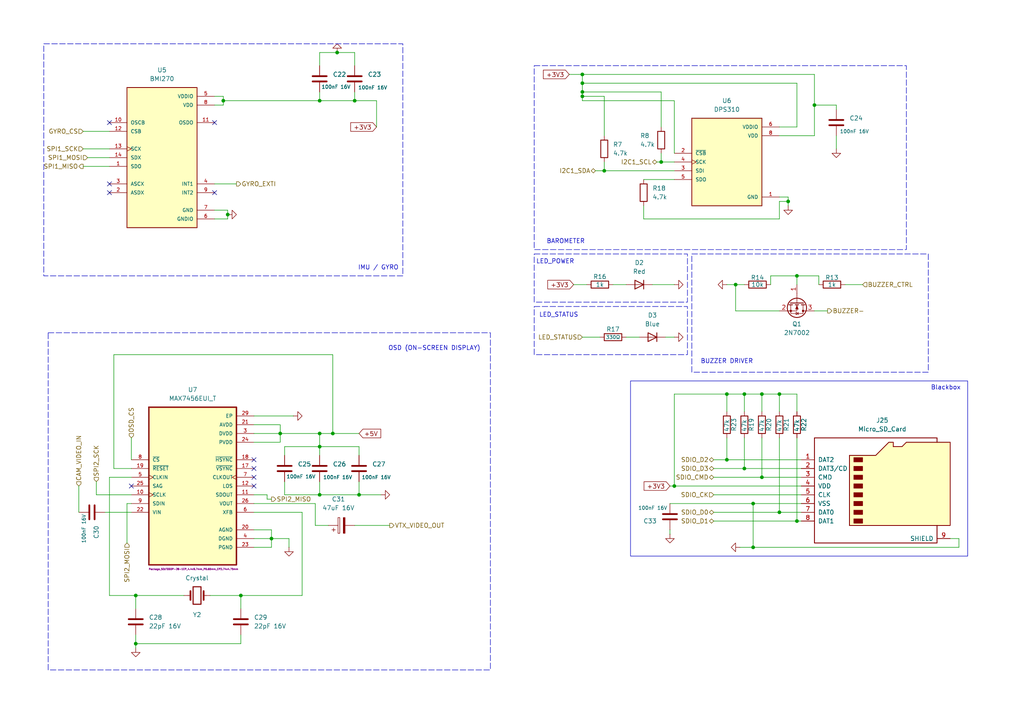
<source format=kicad_sch>
(kicad_sch (version 20250114) (generator "eeschema") (generator_version "9.0")
  (paper "A4")
  (lib_symbols
    (symbol "BMI270:BMI270" (pin_names (offset 1.016))
      (property "Reference" "U" (at -10.16 21.082 0))
      (property "Value" "BMI270" (at -10.16 -22.86 0))
      (symbol "BMI270_0_0"
        (rectangle (start -10.16 -20.32) (end 10.16 20.32) (stroke (width 0.254)) (fill (type background)))
        (pin input line (at -15.24 10.16 0) (length 5.08) (name "OSCB") (number "10"))
        (pin input line (at -15.24 7.62 0) (length 5.08) (name "CSB") (number "12"))
        (pin input clock (at -15.24 2.54 0) (length 5.08) (name "SCX") (number "13"))
        (pin bidirectional line (at -15.24 0 0) (length 5.08) (name "SDX") (number "14"))
        (pin bidirectional line (at -15.24 -2.54 0) (length 5.08) (name "SDO") (number "1"))
        (pin bidirectional line (at -15.24 -7.62 0) (length 5.08) (name "ASCX") (number "3"))
        (pin bidirectional line (at -15.24 -10.16 0) (length 5.08) (name "ASDX") (number "2"))
        (pin power_in line (at 15.24 17.78 180) (length 5.08) (name "VDDIO") (number "5"))
        (pin power_in line (at 15.24 15.24 180) (length 5.08) (name "VDD") (number "8"))
        (pin output line (at 15.24 10.16 180) (length 5.08) (name "OSDO") (number "11"))
        (pin bidirectional line (at 15.24 -7.62 180) (length 5.08) (name "INT1") (number "4"))
        (pin bidirectional line (at 15.24 -10.16 180) (length 5.08) (name "INT2") (number "9"))
        (pin power_in line (at 15.24 -15.24 180) (length 5.08) (name "GND") (number "7"))
        (pin power_in line (at 15.24 -17.78 180) (length 5.08) (name "GNDIO") (number "6"))
      )
    )
    (symbol "Connector:Micro_SD_Card" (pin_names (offset 1.016))
      (property "Reference" "J" (at -16.51 15.24 0))
      (property "Value" "Micro_SD_Card" (at 16.51 15.24 0))
      (symbol "Micro_SD_Card_0_1"
        (polyline (pts (xy -8.89 -11.43) (xy -8.89 8.89) (xy -1.27 8.89) (xy 2.54 12.7) (xy 3.81 12.7) (xy 3.81 11.43) (xy 6.35 11.43) (xy 7.62 12.7) (xy 20.32 12.7) (xy 20.32 -11.43) (xy -8.89 -11.43)) (stroke (width 0.254)) (fill (type background)))
        (rectangle (start -7.62 8.255) (end -5.08 6.985) (fill (type outline)))
        (rectangle (start -7.62 5.715) (end -5.08 4.445) (fill (type outline)))
        (rectangle (start -7.62 3.175) (end -5.08 1.905) (fill (type outline)))
        (rectangle (start -7.62 0.635) (end -5.08 -0.635) (fill (type outline)))
        (rectangle (start -7.62 -1.905) (end -5.08 -3.175) (fill (type outline)))
        (rectangle (start -7.62 -4.445) (end -5.08 -5.715) (fill (type outline)))
        (rectangle (start -7.62 -6.985) (end -5.08 -8.255) (fill (type outline)))
        (rectangle (start -7.62 -9.525) (end -5.08 -10.795) (fill (type outline)))
        (polyline (pts (xy 16.51 12.7) (xy 16.51 13.97) (xy -19.05 13.97) (xy -19.05 -16.51) (xy 16.51 -16.51) (xy 16.51 -11.43)) (stroke (width 0.254)))
      )
      (symbol "Micro_SD_Card_1_1"
        (pin bidirectional line (at -22.86 7.62 0) (length 3.81) (name "DAT2") (number "1"))
        (pin bidirectional line (at -22.86 5.08 0) (length 3.81) (name "DAT3/CD") (number "2"))
        (pin input line (at -22.86 2.54 0) (length 3.81) (name "CMD") (number "3"))
        (pin power_in line (at -22.86 0 0) (length 3.81) (name "VDD") (number "4"))
        (pin input line (at -22.86 -2.54 0) (length 3.81) (name "CLK") (number "5"))
        (pin power_in line (at -22.86 -5.08 0) (length 3.81) (name "VSS") (number "6"))
        (pin bidirectional line (at -22.86 -7.62 0) (length 3.81) (name "DAT0") (number "7"))
        (pin bidirectional line (at -22.86 -10.16 0) (length 3.81) (name "DAT1") (number "8"))
        (pin passive line (at 20.32 -15.24 180) (length 3.81) (name "SHIELD") (number "9"))
      )
    )
    (symbol "DPS310:DPS310" (pin_names (offset 1.016))
      (property "Reference" "U" (at -10.16 13.462 0))
      (property "Value" "DPS310" (at -10.16 -15.24 0))
      (symbol "DPS310_0_0"
        (rectangle (start -10.16 -12.7) (end 10.16 12.7) (stroke (width 0.254)) (fill (type background)))
        (pin input line (at -15.24 2.54 0) (length 5.08) (name "~{CSB}") (number "2"))
        (pin input clock (at -15.24 0 0) (length 5.08) (name "SCK") (number "4"))
        (pin bidirectional line (at -15.24 -2.54 0) (length 5.08) (name "SDI") (number "3"))
        (pin output line (at -15.24 -5.08 0) (length 5.08) (name "SDO") (number "5"))
        (pin power_in line (at 15.24 10.16 180) (length 5.08) (name "VDDIO") (number "6"))
        (pin power_in line (at 15.24 7.62 180) (length 5.08) (name "VDD") (number "8"))
        (pin power_in line (at 15.24 -10.16 180) (length 5.08) (name "GND") (number "1"))
        (pin power_in line (at 15.24 -10.16 180) (length 5.08) (hide yes) (name "GND") (number "7"))
      )
    )
    (symbol "Device:C" (pin_numbers (hide yes)) (pin_names (offset 0.254))
      (property "Reference" "C" (at 0.635 2.54 0))
      (property "Value" "C" (at 0.635 -2.54 0))
      (symbol "C_0_1"
        (polyline (pts (xy -2.032 0.762) (xy 2.032 0.762)) (stroke (width 0.508)))
        (polyline (pts (xy -2.032 -0.762) (xy 2.032 -0.762)) (stroke (width 0.508)))
      )
      (symbol "C_1_1"
        (pin passive line (at 0 3.81 270) (length 2.794) (name "~") (number "1"))
        (pin passive line (at 0 -3.81 90) (length 2.794) (name "~") (number "2"))
      )
    )
    (symbol "Device:C_Polarized" (pin_numbers (hide yes)) (pin_names (offset 0.254))
      (property "Reference" "C" (at 0.635 2.54 0))
      (property "Value" "C_Polarized" (at 0.635 -2.54 0))
      (symbol "C_Polarized_0_1"
        (rectangle (start -2.286 0.508) (end 2.286 1.016))
        (polyline (pts (xy -1.778 2.286) (xy -0.762 2.286)))
        (polyline (pts (xy -1.27 2.794) (xy -1.27 1.778)))
        (rectangle (start 2.286 -0.508) (end -2.286 -1.016) (fill (type outline)))
      )
      (symbol "C_Polarized_1_1"
        (pin passive line (at 0 3.81 270) (length 2.794) (name "~") (number "1"))
        (pin passive line (at 0 -3.81 90) (length 2.794) (name "~") (number "2"))
      )
    )
    (symbol "Device:Crystal" (pin_numbers (hide yes)) (pin_names (offset 1.016) (hide yes))
      (property "Reference" "Y" (at 0 3.81 0))
      (property "Value" "Crystal" (at 0 -3.81 0))
      (symbol "Crystal_0_1"
        (polyline (pts (xy -2.54 0) (xy -1.905 0)))
        (polyline (pts (xy -1.905 -1.27) (xy -1.905 1.27)) (stroke (width 0.508)))
        (rectangle (start -1.143 2.54) (end 1.143 -2.54) (stroke (width 0.3048)))
        (polyline (pts (xy 1.905 -1.27) (xy 1.905 1.27)) (stroke (width 0.508)))
        (polyline (pts (xy 2.54 0) (xy 1.905 0)))
      )
      (symbol "Crystal_1_1"
        (pin passive line (at -3.81 0 0) (length 1.27) (name "1") (number "1"))
        (pin passive line (at 3.81 0 180) (length 1.27) (name "2") (number "2"))
      )
    )
    (symbol "Device:D" (pin_numbers (hide yes)) (pin_names (offset 1.016) (hide yes))
      (property "Reference" "D" (at 0 2.54 0))
      (property "Value" "D" (at 0 -2.54 0))
      (symbol "D_0_1"
        (polyline (pts (xy -1.27 1.27) (xy -1.27 -1.27)) (stroke (width 0.254)))
        (polyline (pts (xy 1.27 1.27) (xy 1.27 -1.27) (xy -1.27 0) (xy 1.27 1.27)) (stroke (width 0.254)))
        (polyline (pts (xy 1.27 0) (xy -1.27 0)))
      )
      (symbol "D_1_1"
        (pin passive line (at -3.81 0 0) (length 2.54) (name "K") (number "1"))
        (pin passive line (at 3.81 0 180) (length 2.54) (name "A") (number "2"))
      )
    )
    (symbol "Device:R" (pin_numbers (hide yes)) (pin_names (offset 0))
      (property "Reference" "R" (at 2.032 0 90))
      (property "Value" "R" (at 0 0 90))
      (symbol "R_0_1"
        (rectangle (start -1.016 -2.54) (end 1.016 2.54) (stroke (width 0.254)))
      )
      (symbol "R_1_1"
        (pin passive line (at 0 3.81 270) (length 1.27) (name "~") (number "1"))
        (pin passive line (at 0 -3.81 90) (length 1.27) (name "~") (number "2"))
      )
    )
    (symbol "MAX7456EUI_T:MAX7456EUI_T" (pin_names (offset 1.016))
      (property "Reference" "U" (at -12.7 23.86 0))
      (property "Value" "MAX7456EUI_T" (at -12.7 -26.86 0))
      (symbol "MAX7456EUI_T_0_0"
        (rectangle (start -12.7 -22.86) (end 12.7 22.86) (stroke (width 0.41)) (fill (type background)))
        (pin input line (at -17.78 7.62 0) (length 5.08) (name "~{CS}") (number "8"))
        (pin input line (at -17.78 5.08 0) (length 5.08) (name "~{RESET}") (number "19"))
        (pin input clock (at -17.78 2.54 0) (length 5.08) (name "CLKIN") (number "5"))
        (pin input line (at -17.78 0 0) (length 5.08) (name "SAG") (number "25"))
        (pin input clock (at -17.78 -2.54 0) (length 5.08) (name "SCLK") (number "10"))
        (pin input line (at -17.78 -5.08 0) (length 5.08) (name "SDIN") (number "9"))
        (pin input line (at -17.78 -7.62 0) (length 5.08) (name "VIN") (number "22"))
        (pin power_in line (at 17.78 20.32 180) (length 5.08) (name "EP") (number "29"))
        (pin power_in line (at 17.78 17.78 180) (length 5.08) (name "AVDD") (number "21"))
        (pin power_in line (at 17.78 15.24 180) (length 5.08) (name "DVDD") (number "3"))
        (pin power_in line (at 17.78 12.7 180) (length 5.08) (name "PVDD") (number "24"))
        (pin output line (at 17.78 7.62 180) (length 5.08) (name "~{HSYNC}") (number "18"))
        (pin output line (at 17.78 5.08 180) (length 5.08) (name "~{VSYNC}") (number "17"))
        (pin output clock (at 17.78 2.54 180) (length 5.08) (name "CLKOUT") (number "7"))
        (pin output line (at 17.78 0 180) (length 5.08) (name "LOS") (number "12"))
        (pin output line (at 17.78 -2.54 180) (length 5.08) (name "SDOUT") (number "11"))
        (pin output line (at 17.78 -5.08 180) (length 5.08) (name "VOUT") (number "26"))
        (pin output line (at 17.78 -7.62 180) (length 5.08) (name "XFB") (number "6"))
        (pin power_in line (at 17.78 -12.7 180) (length 5.08) (name "AGND") (number "20"))
        (pin power_in line (at 17.78 -15.24 180) (length 5.08) (name "DGND") (number "4"))
        (pin power_in line (at 17.78 -17.78 180) (length 5.08) (name "PGND") (number "23"))
      )
    )
    (symbol "Transistor_FET:2N7002" (pin_names (offset 0) (hide yes))
      (property "Reference" "Q" (at 5.08 1.905 0))
      (property "Value" "2N7002" (at 5.08 0 0))
      (symbol "2N7002_0_1"
        (polyline (pts (xy 0.254 1.905) (xy 0.254 -1.905)) (stroke (width 0.254)))
        (polyline (pts (xy 0.254 0) (xy -2.54 0)))
        (polyline (pts (xy 0.762 2.286) (xy 0.762 1.27)) (stroke (width 0.254)))
        (polyline (pts (xy 0.762 0.508) (xy 0.762 -0.508)) (stroke (width 0.254)))
        (polyline (pts (xy 0.762 -1.27) (xy 0.762 -2.286)) (stroke (width 0.254)))
        (polyline (pts (xy 0.762 -1.778) (xy 3.302 -1.778) (xy 3.302 1.778) (xy 0.762 1.778)))
        (polyline (pts (xy 1.016 0) (xy 2.032 0.381) (xy 2.032 -0.381) (xy 1.016 0)) (fill (type outline)))
        (circle (center 1.651 0) (radius 2.794) (stroke (width 0.254)))
        (polyline (pts (xy 2.54 2.54) (xy 2.54 1.778)))
        (circle (center 2.54 1.778) (radius 0.254) (fill (type outline)))
        (circle (center 2.54 -1.778) (radius 0.254) (fill (type outline)))
        (polyline (pts (xy 2.54 -2.54) (xy 2.54 0) (xy 0.762 0)))
        (polyline (pts (xy 2.921 0.381) (xy 3.683 0.381)))
        (polyline (pts (xy 3.302 0.381) (xy 2.921 -0.254) (xy 3.683 -0.254) (xy 3.302 0.381)))
      )
      (symbol "2N7002_1_1"
        (pin input line (at -5.08 0 0) (length 2.54) (name "G") (number "1"))
        (pin passive line (at 2.54 5.08 270) (length 2.54) (name "D") (number "3"))
        (pin passive line (at 2.54 -5.08 90) (length 2.54) (name "S") (number "2"))
      )
    )
    (symbol "power:GND" (power) (pin_numbers (hide yes)) (pin_names (offset 0) (hide yes))
      (property "Value" "GND" (at 0 -3.81 0))
      (symbol "GND_0_1"
        (polyline (pts (xy 0 0) (xy 0 -1.27) (xy 1.27 -1.27) (xy 0 -2.54) (xy -1.27 -1.27) (xy 0 -1.27)))
      )
      (symbol "GND_1_1"
        (pin power_in line (at 0 0 270) (length 0) (name "~") (number "1"))
      )
    )
  )
  (rectangle (start 154.94 19.05) (end 262.89 72.39) (stroke (width 0) (type dash)))
  (rectangle (start 154.94 88.9) (end 199.39 102.87) (stroke (width 0) (type dash)))
  (rectangle (start 12.7 12.7) (end 116.84 80.01) (stroke (width 0) (type dash)))
  (rectangle (start 200.66 73.66) (end 269.24 107.95) (stroke (width 0) (type dash)))
  (rectangle (start 13.97 96.52) (end 142.24 194.31) (stroke (width 0) (type dash)))
  (rectangle (start 154.94 73.66) (end 199.39 87.63) (stroke (width 0) (type dash)))
  (rectangle (start 182.88 110.49) (end 280.67 161.29))
  (text "LED_POWER" (at 161.036 75.946 0) (effects (font (size 1.27 1.27))))
  (text "OSD (ON-SCREEN DISPLAY)" (at 125.984 101.092 0) (effects (font (size 1.27 1.27))))
  (text "IMU / GYRO" (at 109.728 77.724 0) (effects (font (size 1.27 1.27))))
  (text "BUZZER DRIVER" (at 210.82 104.902 0) (effects (font (size 1.27 1.27))))
  (text "BAROMETER" (at 164.084 70.104 0) (effects (font (size 1.27 1.27))))
  (text "Blackbox" (at 274.32 112.522 0) (effects (font (size 1.27 1.27))))
  (text "LED_STATUS" (at 162.052 91.44 0) (effects (font (size 1.27 1.27))))
  (junction (at 220.98 138.43))
  (junction (at 168.91 26.67))
  (junction (at 210.82 114.3))
  (junction (at 104.14 143.51))
  (junction (at 215.9 135.89))
  (junction (at 215.9 114.3))
  (junction (at 92.71 143.51))
  (junction (at 195.58 140.97))
  (junction (at 66.04 62.23))
  (junction (at 236.22 30.48))
  (junction (at 69.85 172.72))
  (junction (at 226.06 148.59))
  (junction (at 81.28 125.73))
  (junction (at 39.37 186.69))
  (junction (at 231.14 151.13))
  (junction (at 92.71 29.21))
  (junction (at 168.91 21.59))
  (junction (at 210.82 133.35))
  (junction (at 226.06 114.3))
  (junction (at 102.87 29.21))
  (junction (at 175.26 49.53))
  (junction (at 92.71 129.54))
  (junction (at 39.37 172.72))
  (junction (at 168.91 24.13))
  (junction (at 92.71 125.73))
  (junction (at 213.36 82.55))
  (junction (at 220.98 114.3))
  (junction (at 231.14 80.01))
  (junction (at 228.6 58.42))
  (junction (at 96.52 125.73))
  (junction (at 218.44 158.75))
  (junction (at 64.77 29.21))
  (junction (at 218.44 146.05))
  (junction (at 191.77 46.99))
  (junction (at 168.91 27.94))
  (junction (at 97.79 15.24))
  (junction (at 78.74 156.21))
  (no_connect (at 31.75 53.34))
  (no_connect (at 73.66 133.35))
  (no_connect (at 38.1 140.97))
  (no_connect (at 62.23 55.88))
  (no_connect (at 73.66 135.89))
  (no_connect (at 62.23 35.56))
  (no_connect (at 73.66 138.43))
  (no_connect (at 31.75 35.56))
  (no_connect (at 73.66 140.97))
  (no_connect (at 31.75 55.88))
  (wire (pts (xy 168.91 27.94) (xy 168.91 29.21)))
  (wire (pts (xy 25.4 45.72) (xy 31.75 45.72)))
  (wire (pts (xy 62.23 53.34) (xy 68.58 53.34)))
  (wire (pts (xy 186.69 59.69) (xy 186.69 63.5)))
  (wire (pts (xy 91.44 152.4) (xy 95.25 152.4)))
  (wire (pts (xy 207.01 148.59) (xy 226.06 148.59)))
  (wire (pts (xy 231.14 151.13) (xy 232.41 151.13)))
  (wire (pts (xy 38.1 135.89) (xy 33.02 135.89)))
  (wire (pts (xy 102.87 29.21) (xy 109.22 29.21)))
  (wire (pts (xy 36.83 146.05) (xy 38.1 146.05)))
  (wire (pts (xy 181.61 97.79) (xy 185.42 97.79)))
  (wire (pts (xy 165.1 21.59) (xy 168.91 21.59)))
  (wire (pts (xy 186.69 52.07) (xy 195.58 52.07)))
  (wire (pts (xy 226.06 90.17) (xy 213.36 90.17)))
  (wire (pts (xy 168.91 24.13) (xy 168.91 21.59)))
  (wire (pts (xy 215.9 114.3) (xy 215.9 119.38)))
  (wire (pts (xy 223.52 80.01) (xy 223.52 82.55)))
  (wire (pts (xy 73.66 125.73) (xy 81.28 125.73)))
  (wire (pts (xy 73.66 146.05) (xy 91.44 146.05)))
  (wire (pts (xy 92.71 19.05) (xy 92.71 15.24)))
  (wire (pts (xy 166.37 82.55) (xy 170.18 82.55)))
  (wire (pts (xy 213.36 90.17) (xy 213.36 82.55)))
  (wire (pts (xy 38.1 138.43) (xy 31.75 138.43)))
  (wire (pts (xy 102.87 152.4) (xy 113.03 152.4)))
  (wire (pts (xy 66.04 63.5) (xy 66.04 62.23)))
  (wire (pts (xy 92.71 29.21) (xy 102.87 29.21)))
  (wire (pts (xy 104.14 143.51) (xy 104.14 139.7)))
  (wire (pts (xy 220.98 138.43) (xy 232.41 138.43)))
  (wire (pts (xy 177.8 82.55) (xy 181.61 82.55)))
  (wire (pts (xy 102.87 15.24) (xy 97.79 15.24)))
  (wire (pts (xy 82.55 139.7) (xy 82.55 143.51)))
  (wire (pts (xy 73.66 143.51) (xy 77.47 143.51)))
  (wire (pts (xy 226.06 57.15) (xy 228.6 57.15)))
  (wire (pts (xy 236.22 21.59) (xy 168.91 21.59)))
  (wire (pts (xy 39.37 184.15) (xy 39.37 186.69)))
  (wire (pts (xy 24.13 43.18) (xy 31.75 43.18)))
  (wire (pts (xy 278.13 156.21) (xy 275.59 156.21)))
  (wire (pts (xy 73.66 120.65) (xy 85.09 120.65)))
  (wire (pts (xy 36.83 157.48) (xy 36.83 146.05)))
  (wire (pts (xy 228.6 57.15) (xy 228.6 58.42)))
  (wire (pts (xy 78.74 153.67) (xy 78.74 156.21)))
  (wire (pts (xy 82.55 129.54) (xy 92.71 129.54)))
  (wire (pts (xy 228.6 58.42) (xy 228.6 59.69)))
  (wire (pts (xy 226.06 58.42) (xy 228.6 58.42)))
  (wire (pts (xy 237.49 80.01) (xy 237.49 82.55)))
  (wire (pts (xy 210.82 114.3) (xy 215.9 114.3)))
  (wire (pts (xy 62.23 27.94) (xy 64.77 27.94)))
  (wire (pts (xy 218.44 146.05) (xy 218.44 158.75)))
  (wire (pts (xy 78.74 156.21) (xy 78.74 158.75)))
  (wire (pts (xy 38.1 143.51) (xy 27.94 143.51)))
  (wire (pts (xy 39.37 186.69) (xy 39.37 187.96)))
  (wire (pts (xy 30.48 148.59) (xy 38.1 148.59)))
  (wire (pts (xy 69.85 172.72) (xy 69.85 176.53)))
  (wire (pts (xy 31.75 138.43) (xy 31.75 172.72)))
  (wire (pts (xy 175.26 49.53) (xy 195.58 49.53)))
  (wire (pts (xy 24.13 38.1) (xy 31.75 38.1)))
  (wire (pts (xy 226.06 119.38) (xy 226.06 114.3)))
  (wire (pts (xy 92.71 125.73) (xy 96.52 125.73)))
  (wire (pts (xy 168.91 24.13) (xy 168.91 26.67)))
  (wire (pts (xy 215.9 127) (xy 215.9 135.89)))
  (wire (pts (xy 207.01 133.35) (xy 210.82 133.35)))
  (wire (pts (xy 168.91 27.94) (xy 175.26 27.94)))
  (wire (pts (xy 210.82 114.3) (xy 210.82 119.38)))
  (wire (pts (xy 92.71 15.24) (xy 97.79 15.24)))
  (wire (pts (xy 104.14 143.51) (xy 110.49 143.51)))
  (wire (pts (xy 226.06 63.5) (xy 226.06 58.42)))
  (wire (pts (xy 168.91 26.67) (xy 168.91 27.94)))
  (wire (pts (xy 22.86 140.97) (xy 22.86 148.59)))
  (wire (pts (xy 191.77 46.99) (xy 195.58 46.99)))
  (wire (pts (xy 78.74 158.75) (xy 73.66 158.75)))
  (wire (pts (xy 195.58 140.97) (xy 232.41 140.97)))
  (wire (pts (xy 92.71 129.54) (xy 92.71 132.08)))
  (wire (pts (xy 64.77 29.21) (xy 92.71 29.21)))
  (wire (pts (xy 73.66 123.19) (xy 81.28 123.19)))
  (wire (pts (xy 220.98 114.3) (xy 226.06 114.3)))
  (wire (pts (xy 78.74 156.21) (xy 83.82 156.21)))
  (wire (pts (xy 81.28 125.73) (xy 81.28 128.27)))
  (wire (pts (xy 92.71 129.54) (xy 104.14 129.54)))
  (wire (pts (xy 226.06 148.59) (xy 232.41 148.59)))
  (wire (pts (xy 27.94 143.51) (xy 27.94 139.7)))
  (wire (pts (xy 38.1 127) (xy 38.1 133.35)))
  (wire (pts (xy 33.02 102.87) (xy 96.52 102.87)))
  (wire (pts (xy 231.14 80.01) (xy 223.52 80.01)))
  (wire (pts (xy 96.52 102.87) (xy 96.52 125.73)))
  (wire (pts (xy 194.31 153.67) (xy 194.31 154.94)))
  (wire (pts (xy 214.63 158.75) (xy 218.44 158.75)))
  (wire (pts (xy 191.77 44.45) (xy 191.77 46.99)))
  (wire (pts (xy 33.02 135.89) (xy 33.02 102.87)))
  (wire (pts (xy 194.31 146.05) (xy 218.44 146.05)))
  (wire (pts (xy 210.82 127) (xy 210.82 133.35)))
  (wire (pts (xy 64.77 27.94) (xy 64.77 29.21)))
  (wire (pts (xy 39.37 172.72) (xy 39.37 176.53)))
  (wire (pts (xy 77.47 144.78) (xy 78.74 144.78)))
  (wire (pts (xy 62.23 63.5) (xy 66.04 63.5)))
  (wire (pts (xy 231.14 36.83) (xy 231.14 24.13)))
  (wire (pts (xy 172.72 49.53) (xy 175.26 49.53)))
  (wire (pts (xy 64.77 29.21) (xy 64.77 30.48)))
  (wire (pts (xy 82.55 132.08) (xy 82.55 129.54)))
  (wire (pts (xy 207.01 138.43) (xy 220.98 138.43)))
  (wire (pts (xy 231.14 80.01) (xy 237.49 80.01)))
  (wire (pts (xy 62.23 60.96) (xy 66.04 60.96)))
  (wire (pts (xy 215.9 114.3) (xy 220.98 114.3)))
  (wire (pts (xy 87.63 172.72) (xy 69.85 172.72)))
  (wire (pts (xy 64.77 30.48) (xy 62.23 30.48)))
  (wire (pts (xy 87.63 148.59) (xy 87.63 172.72)))
  (wire (pts (xy 102.87 19.05) (xy 102.87 15.24)))
  (wire (pts (xy 102.87 26.67) (xy 102.87 29.21)))
  (wire (pts (xy 242.57 30.48) (xy 242.57 31.75)))
  (wire (pts (xy 92.71 143.51) (xy 104.14 143.51)))
  (wire (pts (xy 73.66 156.21) (xy 78.74 156.21)))
  (wire (pts (xy 69.85 184.15) (xy 69.85 186.69)))
  (wire (pts (xy 231.14 82.55) (xy 231.14 80.01)))
  (wire (pts (xy 66.04 60.96) (xy 66.04 62.23)))
  (wire (pts (xy 236.22 39.37) (xy 236.22 30.48)))
  (wire (pts (xy 207.01 135.89) (xy 215.9 135.89)))
  (wire (pts (xy 236.22 30.48) (xy 242.57 30.48)))
  (wire (pts (xy 210.82 133.35) (xy 232.41 133.35)))
  (wire (pts (xy 218.44 158.75) (xy 278.13 158.75)))
  (wire (pts (xy 92.71 26.67) (xy 92.71 29.21)))
  (wire (pts (xy 195.58 29.21) (xy 195.58 44.45)))
  (wire (pts (xy 207.01 143.51) (xy 232.41 143.51)))
  (wire (pts (xy 39.37 172.72) (xy 53.34 172.72)))
  (wire (pts (xy 245.11 82.55) (xy 250.19 82.55)))
  (wire (pts (xy 215.9 135.89) (xy 232.41 135.89)))
  (wire (pts (xy 190.5 46.99) (xy 191.77 46.99)))
  (wire (pts (xy 236.22 90.17) (xy 240.03 90.17)))
  (wire (pts (xy 109.22 36.83) (xy 109.22 29.21)))
  (wire (pts (xy 226.06 39.37) (xy 236.22 39.37)))
  (wire (pts (xy 191.77 36.83) (xy 191.77 26.67)))
  (wire (pts (xy 168.91 24.13) (xy 231.14 24.13)))
  (wire (pts (xy 81.28 123.19) (xy 81.28 125.73)))
  (wire (pts (xy 168.91 29.21) (xy 195.58 29.21)))
  (wire (pts (xy 220.98 114.3) (xy 220.98 119.38)))
  (wire (pts (xy 189.23 82.55) (xy 195.58 82.55)))
  (wire (pts (xy 175.26 46.99) (xy 175.26 49.53)))
  (wire (pts (xy 210.82 82.55) (xy 213.36 82.55)))
  (wire (pts (xy 92.71 125.73) (xy 92.71 129.54)))
  (wire (pts (xy 194.31 140.97) (xy 195.58 140.97)))
  (wire (pts (xy 83.82 156.21) (xy 83.82 158.75)))
  (wire (pts (xy 242.57 39.37) (xy 242.57 43.18)))
  (wire (pts (xy 24.13 48.26) (xy 31.75 48.26)))
  (wire (pts (xy 92.71 139.7) (xy 92.71 143.51)))
  (wire (pts (xy 207.01 151.13) (xy 231.14 151.13)))
  (wire (pts (xy 73.66 148.59) (xy 87.63 148.59)))
  (wire (pts (xy 231.14 127) (xy 231.14 151.13)))
  (wire (pts (xy 73.66 153.67) (xy 78.74 153.67)))
  (wire (pts (xy 278.13 158.75) (xy 278.13 156.21)))
  (wire (pts (xy 195.58 114.3) (xy 210.82 114.3)))
  (wire (pts (xy 96.52 125.73) (xy 104.14 125.73)))
  (wire (pts (xy 213.36 82.55) (xy 215.9 82.55)))
  (wire (pts (xy 220.98 127) (xy 220.98 138.43)))
  (wire (pts (xy 168.91 97.79) (xy 173.99 97.79)))
  (wire (pts (xy 186.69 63.5) (xy 226.06 63.5)))
  (wire (pts (xy 218.44 146.05) (xy 232.41 146.05)))
  (wire (pts (xy 69.85 172.72) (xy 60.96 172.72)))
  (wire (pts (xy 226.06 127) (xy 226.06 148.59)))
  (wire (pts (xy 191.77 26.67) (xy 168.91 26.67)))
  (wire (pts (xy 226.06 114.3) (xy 231.14 114.3)))
  (wire (pts (xy 77.47 143.51) (xy 77.47 144.78)))
  (wire (pts (xy 91.44 146.05) (xy 91.44 152.4)))
  (wire (pts (xy 231.14 114.3) (xy 231.14 119.38)))
  (wire (pts (xy 31.75 172.72) (xy 39.37 172.72)))
  (wire (pts (xy 193.04 97.79) (xy 195.58 97.79)))
  (wire (pts (xy 104.14 129.54) (xy 104.14 132.08)))
  (wire (pts (xy 195.58 140.97) (xy 195.58 114.3)))
  (wire (pts (xy 81.28 125.73) (xy 92.71 125.73)))
  (wire (pts (xy 226.06 36.83) (xy 231.14 36.83)))
  (wire (pts (xy 175.26 27.94) (xy 175.26 39.37)))
  (wire (pts (xy 69.85 186.69) (xy 39.37 186.69)))
  (wire (pts (xy 73.66 128.27) (xy 81.28 128.27)))
  (wire (pts (xy 82.55 143.51) (xy 92.71 143.51)))
  (wire (pts (xy 236.22 30.48) (xy 236.22 21.59)))
  (global_label "+3V3" (shape input) (at 166.37 82.55 180) (property "Intersheetrefs" "${INTERSHEET_REFS}" (effects (hide yes))))
  (global_label "+3V3" (shape input) (at 194.31 140.97 180) (property "Intersheetrefs" "${INTERSHEET_REFS}" (effects (hide yes))))
  (global_label "+5V" (shape input) (at 104.14 125.73 0) (property "Intersheetrefs" "${INTERSHEET_REFS}" (effects (hide yes))))
  (global_label "+3V3" (shape input) (at 165.1 21.59 180) (property "Intersheetrefs" "${INTERSHEET_REFS}" (effects (hide yes))))
  (global_label "+3V3" (shape input) (at 109.22 36.83 180) (property "Intersheetrefs" "${INTERSHEET_REFS}" (effects (hide yes))))
  (hierarchical_label "GYRO_CS" (shape input) (at 24.13 38.1 180))
  (hierarchical_label "SPI1_MOSI" (shape input) (at 25.4 45.72 180))
  (hierarchical_label "BUZZER-" (shape output) (at 240.03 90.17 0))
  (hierarchical_label "SPI2_SCK" (shape input) (at 27.94 139.7 90))
  (hierarchical_label "SDIO_D0" (shape bidirectional) (at 207.01 148.59 180))
  (hierarchical_label "I2C1_SDA" (shape bidirectional) (at 172.72 49.53 180))
  (hierarchical_label "OSD_CS" (shape input) (at 38.1 127 90))
  (hierarchical_label "SDIO_CMD" (shape bidirectional) (at 207.01 138.43 180))
  (hierarchical_label "SPI1_SCK" (shape input) (at 24.13 43.18 180))
  (hierarchical_label "CAM_VIDEO_IN" (shape input) (at 22.86 140.97 90))
  (hierarchical_label "SDIO_D2" (shape bidirectional) (at 207.01 133.35 180))
  (hierarchical_label "BUZZER_CTRL" (shape input) (at 250.19 82.55 0))
  (hierarchical_label "SPI2_MISO" (shape output) (at 78.74 144.78 0))
  (hierarchical_label "SPI2_MOSI" (shape input) (at 36.83 157.48 270))
  (hierarchical_label "SPI1_MISO" (shape output) (at 24.13 48.26 180))
  (hierarchical_label "GYRO_EXTI" (shape output) (at 68.58 53.34 0))
  (hierarchical_label "VTX_VIDEO_OUT" (shape output) (at 113.03 152.4 0))
  (hierarchical_label "SDIO_CK" (shape input) (at 207.01 143.51 180))
  (hierarchical_label "SDIO_D3" (shape bidirectional) (at 207.01 135.89 180))
  (hierarchical_label "LED_STATUS" (shape input) (at 168.91 97.79 180))
  (hierarchical_label "SDIO_D1" (shape bidirectional) (at 207.01 151.13 180))
  (hierarchical_label "I2C1_SCL" (shape bidirectional) (at 190.5 46.99 180))
  (symbol (lib_id "Transistor_FET:2N7002") (at 231.14 87.63 270) (unit 1)
    (property "Reference" "Q1" (at 231.14 93.98 90))
    (property "Value" "2N7002" (at 231.14 96.52 90))
    (property "Footprint" "Package_TO_SOT_SMD:SOT-23" (effects (hide yes)))
    (property "Datasheet" "https://www.onsemi.com/pub/Collateral/NDS7002A-D.PDF" (effects (hide yes)))
    (property "Description" "0.115A Id, 60V Vds, N-Channel MOSFET, SOT-23" (effects (hide yes)))
  )
  (symbol (lib_id "MAX7456EUI_T:MAX7456EUI_T") (at 55.88 140.97 0) (unit 1)
    (property "Reference" "U7" (at 55.88 113.03 0))
    (property "Value" "MAX7456EUI_T" (at 55.88 115.57 0))
    (property "Footprint" "Package_SO:TSSOP-28-1EP_4.4x9.7mm_P0.65mm_EP2.74x4.75mm" (at 56.134 165.354 0) (effects (font (size 0.508 0.508)) (justify bottom)))
    (property "MF" "Analog Devices" (effects (hide yes)))
    (property "Description_1" "Video - IC Serial, SPI NTSC, PAL 28-TSSOP-EP Package" (effects (hide yes)))
    (property "Package" "TSSOP-28 Maxim" (effects (hide yes)))
    (property "Price" "None" (effects (hide yes)))
    (property "SnapEDA_Link" "https://www.snapeda.com/parts/MAX7456EUI+T/Analog+Devices/view-part/?ref=snap" (effects (hide yes)))
    (property "MP" "MAX7456EUI+T" (effects (hide yes)))
    (property "Availability" "In Stock" (effects (hide yes)))
    (property "Check_prices" "https://www.snapeda.com/parts/MAX7456EUI+T/Analog+Devices/view-part/?ref=eda" (effects (hide yes)))
  )
  (symbol (lib_id "Device:R") (at 241.3 82.55 90) (unit 1)
    (property "Reference" "R13" (at 241.3 80.518 90))
    (property "Value" "1k" (at 241.3 82.55 90))
    (property "Description" "Resistor" (effects (hide yes)))
  )
  (symbol (lib_id "Device:R") (at 173.99 82.55 90) (unit 1)
    (property "Reference" "R16" (at 173.99 80.264 90))
    (property "Value" "1k" (at 173.99 82.55 90))
    (property "Description" "Resistor" (effects (hide yes)))
  )
  (symbol (lib_id "Device:C_Polarized") (at 99.06 152.4 90) (unit 1)
    (property "Reference" "C31" (at 98.171 144.78 90))
    (property "Value" "47uF 16V" (at 98.171 147.32 90))
    (property "Description" "Polarized capacitor" (effects (hide yes)))
  )
  (symbol (lib_id "power:GND") (at 194.31 154.94 0) (unit 1)
    (property "Reference" "#PWR04" (effects (hide yes)))
    (property "Value" "GND" (effects (hide yes)))
    (property "Description" "Power symbol creates a global label with name \"GND\" , ground" (effects (hide yes)))
  )
  (symbol (lib_id "power:GND") (at 110.49 143.51 90) (unit 1)
    (property "Reference" "#PWR024" (effects (hide yes)))
    (property "Value" "GND" (effects (hide yes)))
    (property "Description" "Power symbol creates a global label with name \"GND\" , ground" (effects (hide yes)))
  )
  (symbol (lib_id "Device:R") (at 220.98 123.19 0) (unit 1)
    (property "Reference" "R20" (at 223.012 123.19 90))
    (property "Value" "47k" (at 220.98 123.444 90))
    (property "Description" "Resistor" (effects (hide yes)))
  )
  (symbol (lib_id "BMI270:BMI270") (at 46.99 45.72 0) (unit 1)
    (property "Reference" "U5" (at 46.99 20.32 0))
    (property "Value" "BMI270" (at 46.99 22.86 0))
    (property "Footprint" "BMI270:XDCR_BMI270" (effects (hide yes)))
    (property "PATREV" "1.0" (effects (hide yes)))
    (property "MF" "Bosch Sensortec" (effects (hide yes)))
    (property "MAXIMUM_PACKAGE_HEIGHT" "0.87mm" (effects (hide yes)))
    (property "Package" "LGA-14 Bosch Sensortec" (effects (hide yes)))
    (property "Price" "None" (effects (hide yes)))
    (property "Check_prices" "https://www.snapeda.com/parts/BMI270/Bosch/view-part/?ref=eda" (effects (hide yes)))
    (property "STANDARD" "Manufacturer Recommendations" (effects (hide yes)))
    (property "SnapEDA_Link" "https://www.snapeda.com/parts/BMI270/Bosch/view-part/?ref=snap" (effects (hide yes)))
    (property "MP" "BMI270" (effects (hide yes)))
    (property "Description_1" "Accelerometer, Gyroscope, 6 Axis Sensor I2C, SPI Output" (effects (hide yes)))
    (property "Availability" "In Stock" (effects (hide yes)))
    (property "MANUFACTURER" "Bosch Sensortec" (effects (hide yes)))
  )
  (symbol (lib_id "Device:R") (at 177.8 97.79 90) (unit 1)
    (property "Reference" "R17" (at 177.8 95.504 90))
    (property "Value" "330Ω" (at 177.8 97.79 90) (effects (font (size 1.016 1.016))))
    (property "Description" "Resistor" (effects (hide yes)))
  )
  (symbol (lib_id "Device:C") (at 69.85 180.34 0) (unit 1)
    (property "Reference" "C29" (at 73.66 179.0699 0) (effects (justify left)))
    (property "Value" "22pF 16V" (at 73.66 181.6099 0) (effects (justify left)))
    (property "Description" "Unpolarized capacitor" (effects (hide yes)))
  )
  (symbol (lib_id "power:GND") (at 97.79 15.24 180) (unit 1)
    (property "Reference" "#PWR018" (effects (hide yes)))
    (property "Value" "GND" (effects (hide yes)))
    (property "Description" "Power symbol creates a global label with name \"GND\" , ground" (effects (hide yes)))
  )
  (symbol (lib_id "power:GND") (at 195.58 97.79 90) (unit 1)
    (property "Reference" "#PWR033" (effects (hide yes)))
    (property "Value" "GND" (effects (hide yes)))
    (property "Description" "Power symbol creates a global label with name \"GND\" , ground" (effects (hide yes)))
  )
  (symbol (lib_id "Device:R") (at 219.71 82.55 90) (unit 1)
    (property "Reference" "R14" (at 219.71 80.518 90))
    (property "Value" "10k" (at 219.71 82.55 90))
    (property "Description" "Resistor" (effects (hide yes)))
  )
  (symbol (lib_id "Device:C") (at 82.55 135.89 0) (unit 1)
    (property "Reference" "C25" (at 86.36 134.6199 0) (effects (justify left)))
    (property "Value" "100nF 16V" (at 83.0721 138.2278 0) (effects (font (size 1.016 1.016)) (justify left)))
    (property "Description" "Unpolarized capacitor" (effects (hide yes)))
  )
  (symbol (lib_id "Device:Crystal") (at 57.15 172.72 180) (unit 1)
    (property "Reference" "Y2" (at 57.15 178.308 0))
    (property "Value" "Crystal" (at 57.15 167.64 0))
    (property "Description" "Two pin crystal" (effects (hide yes)))
  )
  (symbol (lib_id "power:GND") (at 85.09 120.65 90) (unit 1)
    (property "Reference" "#PWR023" (effects (hide yes)))
    (property "Value" "GND" (effects (hide yes)))
    (property "Description" "Power symbol creates a global label with name \"GND\" , ground" (effects (hide yes)))
  )
  (symbol (lib_id "Device:R") (at 210.82 123.19 0) (unit 1)
    (property "Reference" "R23" (at 212.852 123.19 90))
    (property "Value" "47k" (at 210.82 123.444 90))
    (property "Description" "Resistor" (effects (hide yes)))
  )
  (symbol (lib_id "Connector:Micro_SD_Card") (at 255.27 140.97 0) (unit 1)
    (property "Reference" "J25" (at 255.905 121.92 0))
    (property "Value" "Micro_SD_Card" (at 255.905 124.46 0))
    (property "Datasheet" "https://www.we-online.com/components/products/datasheet/693072010801.pdf" (effects (hide yes)))
    (property "Description" "Micro SD Card Socket" (effects (hide yes)))
  )
  (symbol (lib_id "power:GND") (at 214.63 158.75 270) (unit 1)
    (property "Reference" "#PWR019" (effects (hide yes)))
    (property "Value" "GND" (effects (hide yes)))
    (property "Description" "Power symbol creates a global label with name \"GND\" , ground" (effects (hide yes)))
  )
  (symbol (lib_id "Device:C") (at 104.14 135.89 0) (unit 1)
    (property "Reference" "C27" (at 107.95 134.6199 0) (effects (justify left)))
    (property "Value" "100nF 16V" (at 104.902 138.43 0) (effects (font (size 1.016 1.016)) (justify left)))
    (property "Description" "Unpolarized capacitor" (effects (hide yes)))
  )
  (symbol (lib_id "Device:R") (at 215.9 123.19 0) (unit 1)
    (property "Reference" "R19" (at 217.932 123.19 90))
    (property "Value" "47k" (at 215.9 123.444 90))
    (property "Description" "Resistor" (effects (hide yes)))
  )
  (symbol (lib_id "power:GND") (at 66.04 62.23 90) (unit 1)
    (property "Reference" "#PWR017" (effects (hide yes)))
    (property "Value" "GND" (effects (hide yes)))
    (property "Description" "Power symbol creates a global label with name \"GND\" , ground" (effects (hide yes)))
  )
  (symbol (lib_id "power:GND") (at 210.82 82.55 270) (unit 1)
    (property "Reference" "#PWR030" (effects (hide yes)))
    (property "Value" "GND" (effects (hide yes)))
    (property "Description" "Power symbol creates a global label with name \"GND\" , ground" (effects (hide yes)))
  )
  (symbol (lib_id "Device:C") (at 39.37 180.34 0) (unit 1)
    (property "Reference" "C28" (at 43.18 179.0699 0) (effects (justify left)))
    (property "Value" "22pF 16V" (at 43.18 181.6099 0) (effects (justify left)))
    (property "Description" "Unpolarized capacitor" (effects (hide yes)))
  )
  (symbol (lib_id "Device:R") (at 191.77 40.64 180) (unit 1)
    (property "Reference" "R8" (at 185.674 39.37 0) (effects (justify right)))
    (property "Value" "4.7k" (at 185.674 41.91 0) (effects (justify right)))
    (property "Description" "Resistor" (effects (hide yes)))
  )
  (symbol (lib_id "power:GND") (at 195.58 82.55 90) (unit 1)
    (property "Reference" "#PWR032" (effects (hide yes)))
    (property "Value" "GND" (effects (hide yes)))
    (property "Description" "Power symbol creates a global label with name \"GND\" , ground" (effects (hide yes)))
  )
  (symbol (lib_id "Device:C") (at 242.57 35.56 0) (unit 1)
    (property "Reference" "C24" (at 246.38 34.2899 0) (effects (justify left)))
    (property "Value" "100nF 16V" (at 243.586 38.1 0) (effects (font (size 1.016 1.016)) (justify left)))
    (property "Description" "Unpolarized capacitor" (effects (hide yes)))
  )
  (symbol (lib_id "DPS310:DPS310") (at 210.82 46.99 0) (unit 1)
    (property "Reference" "U6" (at 210.82 29.21 0))
    (property "Value" "DPS310" (at 210.82 31.75 0))
    (property "Footprint" "DPS310:XDCR_DPS310" (effects (hide yes)))
    (property "MF" "Infineon Technologies" (effects (hide yes)))
    (property "DESCRIPTION" "The DPS310 is a miniaturized Digital Barometric Air Pressure Sensor with a high accuracy and a low current consumption, capable of measuring both pressure and temperature." (effects (hide yes)))
    (property "PACKAGE" "VFLGA-8 Infineon Technologies" (effects (hide yes)))
    (property "PRICE" "None" (effects (hide yes)))
    (property "Package" "VFLGA-8 Infineon Technologies" (effects (hide yes)))
    (property "Check_prices" "https://www.snapeda.com/parts/DPS310/Infineon/view-part/?ref=eda" (effects (hide yes)))
    (property "Price" "None" (effects (hide yes)))
    (property "SnapEDA_Link" "https://www.snapeda.com/parts/DPS310/Infineon/view-part/?ref=snap" (effects (hide yes)))
    (property "MP" "DPS310" (effects (hide yes)))
    (property "Availability" "In Stock" (effects (hide yes)))
    (property "AVAILABILITY" "Unavailable" (effects (hide yes)))
    (property "Description_1" "Pressure Sensor 4.35PSI ~ 17.4PSI (30kPa ~ 120kPa) Vented Gauge - 24 b 8-VFLGA" (effects (hide yes)))
  )
  (symbol (lib_id "Device:D") (at 189.23 97.79 180) (unit 1)
    (property "Reference" "D3" (at 189.23 91.44 0))
    (property "Value" "Blue" (at 189.23 93.98 0))
    (property "Description" "Diode" (effects (hide yes)))
    (property "Sim.Device" "D" (effects (hide yes)))
    (property "Sim.Pins" "1=K 2=A" (effects (hide yes)))
  )
  (symbol (lib_id "Device:R") (at 231.14 123.19 0) (unit 1)
    (property "Reference" "R22" (at 233.172 123.19 90))
    (property "Value" "47k" (at 231.14 123.444 90))
    (property "Description" "Resistor" (effects (hide yes)))
  )
  (symbol (lib_id "Device:C") (at 102.87 22.86 0) (unit 1)
    (property "Reference" "C23" (at 106.68 21.5899 0) (effects (justify left)))
    (property "Value" "100nF 16V" (at 103.886 25.4 0) (effects (font (size 1.016 1.016)) (justify left)))
    (property "Description" "Unpolarized capacitor" (effects (hide yes)))
  )
  (symbol (lib_id "Device:C") (at 194.31 149.86 180) (unit 1)
    (property "Reference" "C33" (at 190.5 151.1301 0) (effects (justify left)))
    (property "Value" "100nF 16V" (at 193.548 147.32 0) (effects (font (size 1.016 1.016)) (justify left)))
    (property "Description" "Unpolarized capacitor" (effects (hide yes)))
  )
  (symbol (lib_id "power:GND") (at 39.37 187.96 0) (unit 1)
    (property "Reference" "#PWR025" (effects (hide yes)))
    (property "Value" "GND" (effects (hide yes)))
    (property "Description" "Power symbol creates a global label with name \"GND\" , ground" (effects (hide yes)))
  )
  (symbol (lib_id "Device:D") (at 185.42 82.55 180) (unit 1)
    (property "Reference" "D2" (at 185.42 76.2 0))
    (property "Value" "Red" (at 185.42 78.74 0))
    (property "Description" "Diode" (effects (hide yes)))
    (property "Sim.Device" "D" (effects (hide yes)))
    (property "Sim.Pins" "1=K 2=A" (effects (hide yes)))
  )
  (symbol (lib_id "power:GND") (at 228.6 59.69 0) (unit 1)
    (property "Reference" "#PWR020" (effects (hide yes)))
    (property "Value" "GND" (effects (hide yes)))
    (property "Description" "Power symbol creates a global label with name \"GND\" , ground" (effects (hide yes)))
  )
  (symbol (lib_id "Device:C") (at 92.71 135.89 0) (unit 1)
    (property "Reference" "C26" (at 96.52 134.6199 0) (effects (justify left)))
    (property "Value" "100nF 16V" (at 93.726 138.43 0) (effects (font (size 1.016 1.016)) (justify left)))
    (property "Description" "Unpolarized capacitor" (effects (hide yes)))
  )
  (symbol (lib_id "Device:C") (at 92.71 22.86 0) (unit 1)
    (property "Reference" "C22" (at 96.52 21.5899 0) (effects (justify left)))
    (property "Value" "100nF 16V" (at 93.2321 25.1978 0) (effects (font (size 1.016 1.016)) (justify left)))
    (property "Description" "Unpolarized capacitor" (effects (hide yes)))
  )
  (symbol (lib_id "Device:C") (at 26.67 148.59 270) (unit 1)
    (property "Reference" "C30" (at 27.9401 152.4 0) (effects (justify left)))
    (property "Value" "100nF 16V" (at 24.3322 149.1121 0) (effects (font (size 1.016 1.016)) (justify left)))
    (property "Description" "Unpolarized capacitor" (effects (hide yes)))
  )
  (symbol (lib_id "Device:R") (at 186.69 55.88 0) (unit 1)
    (property "Reference" "R18" (at 189.23 54.6099 0) (effects (justify left)))
    (property "Value" "4.7k" (at 189.23 57.1499 0) (effects (justify left)))
    (property "Description" "Resistor" (effects (hide yes)))
  )
  (symbol (lib_id "Device:R") (at 175.26 43.18 0) (unit 1)
    (property "Reference" "R7" (at 177.8 41.9099 0) (effects (justify left)))
    (property "Value" "4.7k" (at 177.8 44.4499 0) (effects (justify left)))
    (property "Description" "Resistor" (effects (hide yes)))
  )
  (symbol (lib_id "power:GND") (at 83.82 158.75 0) (unit 1)
    (property "Reference" "#PWR022" (effects (hide yes)))
    (property "Value" "GND" (effects (hide yes)))
    (property "Description" "Power symbol creates a global label with name \"GND\" , ground" (effects (hide yes)))
  )
  (symbol (lib_id "Device:R") (at 226.06 123.19 0) (unit 1)
    (property "Reference" "R21" (at 228.092 123.19 90))
    (property "Value" "47k" (at 226.06 123.444 90))
    (property "Description" "Resistor" (effects (hide yes)))
  )
  (symbol (lib_id "power:GND") (at 242.57 43.18 0) (unit 1)
    (property "Reference" "#PWR021" (effects (hide yes)))
    (property "Value" "GND" (effects (hide yes)))
    (property "Description" "Power symbol creates a global label with name \"GND\" , ground" (effects (hide yes)))
  )
)
</source>
